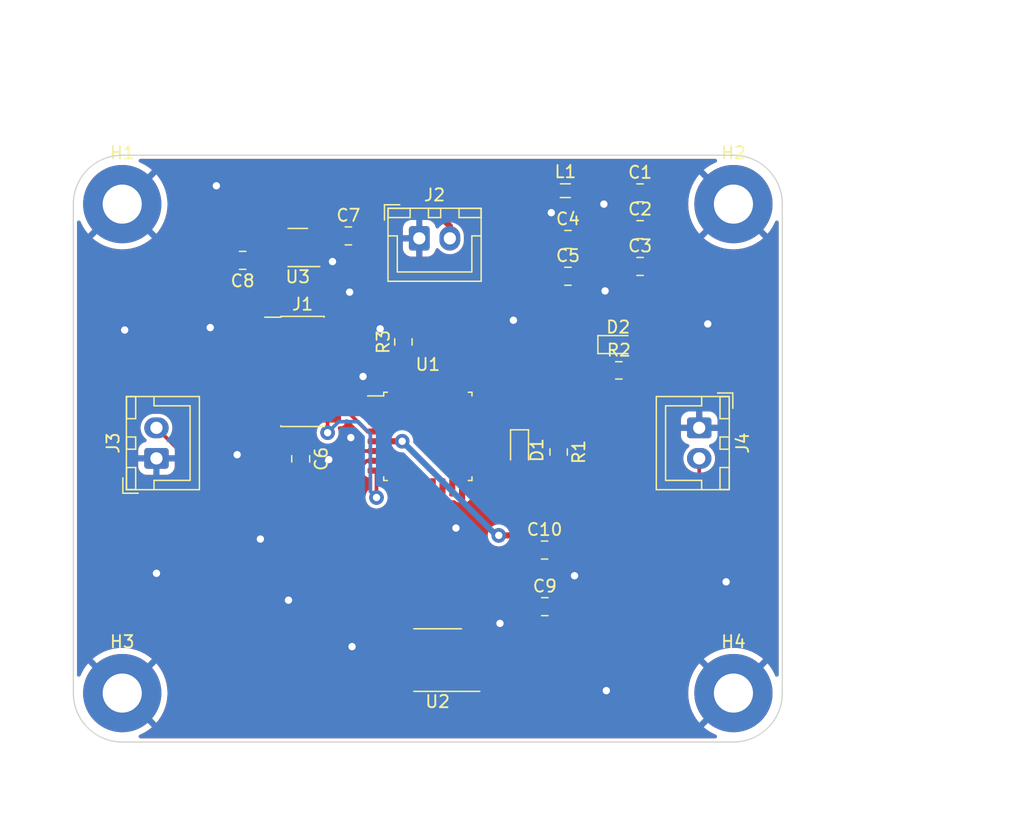
<source format=kicad_pcb>
(kicad_pcb (version 20221018) (generator pcbnew)
  (layers (0 "F.Cu" signal) (31 "B.Cu" signal) (34 "B.Paste" user) (35 "F.Paste" user) (36 "B.SilkS" user "B.Silkscreen") (37 "F.SilkS" user "F.Silkscreen") (38 "B.Mask" user) (39 "F.Mask" user) (44 "Edge.Cuts" user))
  (net 0 "")
  (net 1 "+3.3V")
  (net 2 "GND")
  (net 3 "+3.3VA")
  (net 4 "/NRST")
  (net 5 "+5V")
  (net 6 "Net-(D1-K)")
  (net 7 "/LED_STATUS")
  (net 8 "Net-(D2-K)")
  (net 11 "/SWDIO")
  (net 12 "/SWDCK")
  (net 16 "/USART2_RX")
  (net 17 "/USART2_TX")
  (net 18 "/ADC_IN1")
  (net 19 "/DAC_OUT")
  (net 20 "Net-(U1-PB9)")
  (net 23 "/DAC_nLDAC")
  (net 24 "/DAC_nCS")
  (net 25 "/SPI1_SCK")
  (net 27 "/SPI1_MOSI")
  (footprint "Capacitor_SMD:C_0805_2012Metric_Pad1.18x1.45mm_HandSolder" (layer "F.Cu") (at 114.6 70.8375 -90)
    (fp_text reference "C6" (at 0 -1.68 90) (layer "F.SilkS"))
    (fp_text value "100n")
    (fp_line (start -0.261252 -0.735) (end 0.261252 -0.735) (stroke (width 0.12)) (layer "F.SilkS"))
    (fp_line (start -0.261252 0.735) (end 0.261252 0.735) (stroke (width 0.12)) (layer "F.SilkS"))
    (pad "1" smd roundrect (at -1.0375 0 270) (size 1.175 1.45) (layers "F.Cu" "F.Paste" "F.Mask") (roundrect_rratio 0.212766) (net 4 "/NRST"))
    (pad "2" smd roundrect (at 1.0375 0 270) (size 1.175 1.45) (layers "F.Cu" "F.Paste" "F.Mask") (roundrect_rratio 0.212766) (net 2 "GND"))
  )
  (footprint "Capacitor_SMD:C_0805_2012Metric_Pad1.18x1.45mm_HandSolder" (layer "F.Cu") (at 136.4625 52.89)
    (fp_text reference "C4" (at 0 -1.68) (layer "F.SilkS"))
    (fp_text value "1u")
    (fp_line (start -0.261252 -0.735) (end 0.261252 -0.735) (stroke (width 0.12)) (layer "F.SilkS"))
    (fp_line (start -0.261252 0.735) (end 0.261252 0.735) (stroke (width 0.12)) (layer "F.SilkS"))
    (pad "1" smd roundrect (at -1.0375 0) (size 1.175 1.45) (layers "F.Cu" "F.Paste" "F.Mask") (roundrect_rratio 0.212766) (net 3 "+3.3VA"))
    (pad "2" smd roundrect (at 1.0375 0) (size 1.175 1.45) (layers "F.Cu" "F.Paste" "F.Mask") (roundrect_rratio 0.212766) (net 2 "GND"))
  )
  (footprint "Connector_JST:JST_XH_B2B-XH-A_1x02_P2.50mm_Vertical" (layer "F.Cu") (at 102.8 70.8 90)
    (fp_text reference "J3" (at 1.25 -3.55 90) (layer "F.SilkS"))
    (fp_text value "Conn_01x02")
    (fp_line (start -2.85 -2.75) (end -2.85 -1.5) (stroke (width 0.12)) (layer "F.SilkS"))
    (fp_line (start -2.56 -2.46) (end -2.56 3.51) (stroke (width 0.12)) (layer "F.SilkS"))
    (fp_line (start -2.56 3.51) (end 5.06 3.51) (stroke (width 0.12)) (layer "F.SilkS"))
    (fp_line (start -2.55 -2.45) (end -2.55 -1.7) (stroke (width 0.12)) (layer "F.SilkS"))
    (fp_line (start -2.55 -1.7) (end -0.75 -1.7) (stroke (width 0.12)) (layer "F.SilkS"))
    (fp_line (start -2.55 -0.2) (end -1.8 -0.2) (stroke (width 0.12)) (layer "F.SilkS"))
    (fp_line (start -1.8 -0.2) (end -1.8 2.75) (stroke (width 0.12)) (layer "F.SilkS"))
    (fp_line (start -1.8 2.75) (end 1.25 2.75) (stroke (width 0.12)) (layer "F.SilkS"))
    (fp_line (start -1.6 -2.75) (end -2.85 -2.75) (stroke (width 0.12)) (layer "F.SilkS"))
    (fp_line (start -0.75 -2.45) (end -2.55 -2.45) (stroke (width 0.12)) (layer "F.SilkS"))
    (fp_line (start -0.75 -1.7) (end -0.75 -2.45) (stroke (width 0.12)) (layer "F.SilkS"))
    (fp_line (start 0.75 -2.45) (end 0.75 -1.7) (stroke (width 0.12)) (layer "F.SilkS"))
    (fp_line (start 0.75 -1.7) (end 1.75 -1.7) (stroke (width 0.12)) (layer "F.SilkS"))
    (fp_line (start 1.75 -2.45) (end 0.75 -2.45) (stroke (width 0.12)) (layer "F.SilkS"))
    (fp_line (start 1.75 -1.7) (end 1.75 -2.45) (stroke (width 0.12)) (layer "F.SilkS"))
    (fp_line (start 3.25 -2.45) (end 3.25 -1.7) (stroke (width 0.12)) (layer "F.SilkS"))
    (fp_line (start 3.25 -1.7) (end 5.05 -1.7) (stroke (width 0.12)) (layer "F.SilkS"))
    (fp_line (start 4.3 -0.2) (end 4.3 2.75) (stroke (width 0.12)) (layer "F.SilkS"))
    (fp_line (start 4.3 2.75) (end 1.25 2.75) (stroke (width 0.12)) (layer "F.SilkS"))
    (fp_line (start 5.05 -2.45) (end 3.25 -2.45) (stroke (width 0.12)) (layer "F.SilkS"))
    (fp_line (start 5.05 -1.7) (end 5.05 -2.45) (stroke (width 0.12)) (layer "F.SilkS"))
    (fp_line (start 5.05 -0.2) (end 4.3 -0.2) (stroke (width 0.12)) (layer "F.SilkS"))
    (fp_line (start 5.06 -2.46) (end -2.56 -2.46) (stroke (width 0.12)) (layer "F.SilkS"))
    (fp_line (start 5.06 3.51) (end 5.06 -2.46) (stroke (width 0.12)) (layer "F.SilkS"))
    (pad "1" thru_hole roundrect (at 0 0 90) (size 1.7 2) (drill 1) (layers "*.Cu" "*.Mask") (roundrect_rratio 0.147059) (net 2 "GND"))
    (pad "2" thru_hole oval (at 2.5 0 90) (size 1.7 2) (drill 1) (layers "*.Cu" "*.Mask") (net 18 "/ADC_IN1"))
  )
  (footprint "Inductor_SMD:L_0805_2012Metric_Pad1.15x1.40mm_HandSolder" (layer "F.Cu") (at 135.7 70.275 -90)
    (fp_text reference "R1" (at 0 -1.65 90) (layer "F.SilkS"))
    (fp_text value "1k")
    (fp_line (start -0.261252 -0.71) (end 0.261252 -0.71) (stroke (width 0.12)) (layer "F.SilkS"))
    (fp_line (start -0.261252 0.71) (end 0.261252 0.71) (stroke (width 0.12)) (layer "F.SilkS"))
    (pad "1" smd roundrect (at -1.025 0 270) (size 1.15 1.4) (layers "F.Cu" "F.Paste" "F.Mask") (roundrect_rratio 0.217391) (net 6 "Net-(D1-K)"))
    (pad "2" smd roundrect (at 1.025 0 270) (size 1.15 1.4) (layers "F.Cu" "F.Paste" "F.Mask") (roundrect_rratio 0.217391) (net 2 "GND"))
  )
  (footprint "MountingHole:MountingHole_3.2mm_M3_Pad" (layer "F.Cu") (at 150 90)
    (fp_text reference "H4" (at 0 -4.2) (layer "F.SilkS"))
    (fp_text value "MountingHole_Pad")
    (pad "1" thru_hole circle (at 0 0) (size 6.4 6.4) (drill 3.2) (layers "*.Cu" "*.Mask") (net 2 "GND"))
  )
  (footprint "Capacitor_SMD:C_0805_2012Metric_Pad1.18x1.45mm_HandSolder" (layer "F.Cu") (at 142.3625 52.09)
    (fp_text reference "C2" (at 0 -1.68) (layer "F.SilkS"))
    (fp_text value "100n")
    (fp_line (start -0.261252 -0.735) (end 0.261252 -0.735) (stroke (width 0.12)) (layer "F.SilkS"))
    (fp_line (start -0.261252 0.735) (end 0.261252 0.735) (stroke (width 0.12)) (layer "F.SilkS"))
    (pad "1" smd roundrect (at -1.0375 0) (size 1.175 1.45) (layers "F.Cu" "F.Paste" "F.Mask") (roundrect_rratio 0.212766) (net 1 "+3.3V"))
    (pad "2" smd roundrect (at 1.0375 0) (size 1.175 1.45) (layers "F.Cu" "F.Paste" "F.Mask") (roundrect_rratio 0.212766) (net 2 "GND"))
  )
  (footprint "Connector_JST:JST_XH_B2B-XH-A_1x02_P2.50mm_Vertical" (layer "F.Cu") (at 147.2 68.3 -90)
    (fp_text reference "J4" (at 1.25 -3.55 90) (layer "F.SilkS"))
    (fp_text value "Conn_01x02")
    (fp_line (start -2.85 -2.75) (end -2.85 -1.5) (stroke (width 0.12)) (layer "F.SilkS"))
    (fp_line (start -2.56 -2.46) (end -2.56 3.51) (stroke (width 0.12)) (layer "F.SilkS"))
    (fp_line (start -2.56 3.51) (end 5.06 3.51) (stroke (width 0.12)) (layer "F.SilkS"))
    (fp_line (start -2.55 -2.45) (end -2.55 -1.7) (stroke (width 0.12)) (layer "F.SilkS"))
    (fp_line (start -2.55 -1.7) (end -0.75 -1.7) (stroke (width 0.12)) (layer "F.SilkS"))
    (fp_line (start -2.55 -0.2) (end -1.8 -0.2) (stroke (width 0.12)) (layer "F.SilkS"))
    (fp_line (start -1.8 -0.2) (end -1.8 2.75) (stroke (width 0.12)) (layer "F.SilkS"))
    (fp_line (start -1.8 2.75) (end 1.25 2.75) (stroke (width 0.12)) (layer "F.SilkS"))
    (fp_line (start -1.6 -2.75) (end -2.85 -2.75) (stroke (width 0.12)) (layer "F.SilkS"))
    (fp_line (start -0.75 -2.45) (end -2.55 -2.45) (stroke (width 0.12)) (layer "F.SilkS"))
    (fp_line (start -0.75 -1.7) (end -0.75 -2.45) (stroke (width 0.12)) (layer "F.SilkS"))
    (fp_line (start 0.75 -2.45) (end 0.75 -1.7) (stroke (width 0.12)) (layer "F.SilkS"))
    (fp_line (start 0.75 -1.7) (end 1.75 -1.7) (stroke (width 0.12)) (layer "F.SilkS"))
    (fp_line (start 1.75 -2.45) (end 0.75 -2.45) (stroke (width 0.12)) (layer "F.SilkS"))
    (fp_line (start 1.75 -1.7) (end 1.75 -2.45) (stroke (width 0.12)) (layer "F.SilkS"))
    (fp_line (start 3.25 -2.45) (end 3.25 -1.7) (stroke (width 0.12)) (layer "F.SilkS"))
    (fp_line (start 3.25 -1.7) (end 5.05 -1.7) (stroke (width 0.12)) (layer "F.SilkS"))
    (fp_line (start 4.3 -0.2) (end 4.3 2.75) (stroke (width 0.12)) (layer "F.SilkS"))
    (fp_line (start 4.3 2.75) (end 1.25 2.75) (stroke (width 0.12)) (layer "F.SilkS"))
    (fp_line (start 5.05 -2.45) (end 3.25 -2.45) (stroke (width 0.12)) (layer "F.SilkS"))
    (fp_line (start 5.05 -1.7) (end 5.05 -2.45) (stroke (width 0.12)) (layer "F.SilkS"))
    (fp_line (start 5.05 -0.2) (end 4.3 -0.2) (stroke (width 0.12)) (layer "F.SilkS"))
    (fp_line (start 5.06 -2.46) (end -2.56 -2.46) (stroke (width 0.12)) (layer "F.SilkS"))
    (fp_line (start 5.06 3.51) (end 5.06 -2.46) (stroke (width 0.12)) (layer "F.SilkS"))
    (pad "1" thru_hole roundrect (at 0 0 270) (size 1.7 2) (drill 1) (layers "*.Cu" "*.Mask") (roundrect_rratio 0.147059) (net 2 "GND"))
    (pad "2" thru_hole oval (at 2.5 0 270) (size 1.7 2) (drill 1) (layers "*.Cu" "*.Mask") (net 19 "/DAC_OUT"))
  )
  (footprint "MountingHole:MountingHole_3.2mm_M3_Pad" (layer "F.Cu") (at 100 50)
    (fp_text reference "H1" (at 0 -4.2) (layer "F.SilkS"))
    (fp_text value "MountingHole_Pad")
    (pad "1" thru_hole circle (at 0 0) (size 6.4 6.4) (drill 3.2) (layers "*.Cu" "*.Mask") (net 2 "GND"))
  )
  (footprint "Capacitor_SMD:C_0805_2012Metric" (layer "F.Cu") (at 118.5 52.6)
    (fp_text reference "C7" (at 0 -1.68) (layer "F.SilkS"))
    (fp_text value "1uf")
    (fp_line (start -0.261252 -0.735) (end 0.261252 -0.735) (stroke (width 0.12)) (layer "F.SilkS"))
    (fp_line (start -0.261252 0.735) (end 0.261252 0.735) (stroke (width 0.12)) (layer "F.SilkS"))
    (pad "1" smd roundrect (at -0.95 0) (size 1 1.45) (layers "F.Cu" "F.Paste" "F.Mask") (net 5 "+5V"))
    (pad "2" smd roundrect (at 0.95 0) (size 1 1.45) (layers "F.Cu" "F.Paste" "F.Mask") (net 2 "GND"))
  )
  (footprint "MountingHole:MountingHole_3.2mm_M3_Pad" (layer "F.Cu") (at 100 90)
    (fp_text reference "H3" (at 0 -4.2) (layer "F.SilkS"))
    (fp_text value "MountingHole_Pad")
    (pad "1" thru_hole circle (at 0 0) (size 6.4 6.4) (drill 3.2) (layers "*.Cu" "*.Mask") (net 2 "GND"))
  )
  (footprint "Inductor_SMD:L_0805_2012Metric_Pad1.15x1.40mm_HandSolder" (layer "F.Cu") (at 123 61.275 90)
    (fp_text reference "R3" (at 0 -1.65 90) (layer "F.SilkS"))
    (fp_text value "100k")
    (fp_line (start -0.261252 -0.71) (end 0.261252 -0.71) (stroke (width 0.12)) (layer "F.SilkS"))
    (fp_line (start -0.261252 0.71) (end 0.261252 0.71) (stroke (width 0.12)) (layer "F.SilkS"))
    (pad "1" smd roundrect (at -1.025 0 90) (size 1.15 1.4) (layers "F.Cu" "F.Paste" "F.Mask") (roundrect_rratio 0.217391) (net 20 "Net-(U1-PB9)"))
    (pad "2" smd roundrect (at 1.025 0 90) (size 1.15 1.4) (layers "F.Cu" "F.Paste" "F.Mask") (roundrect_rratio 0.217391) (net 2 "GND"))
  )
  (footprint "LED_SMD:LED_0603_1608Metric_Pad1.05x0.95mm_HandSolder" (layer "F.Cu") (at 132.5 70.125 -90)
    (fp_text reference "D1" (at 0 -1.43 90) (layer "F.SilkS"))
    (fp_text value "ORANGE TLM01100-GS8")
    (fp_line (start -1.66 -0.735) (end -1.66 0.735) (stroke (width 0.12)) (layer "F.SilkS"))
    (fp_line (start -1.66 0.735) (end 0.8 0.735) (stroke (width 0.12)) (layer "F.SilkS"))
    (fp_line (start 0.8 -0.735) (end -1.66 -0.735) (stroke (width 0.12)) (layer "F.SilkS"))
    (pad "1" smd roundrect (at -0.875 0 270) (size 1.05 0.95) (layers "F.Cu" "F.Paste" "F.Mask") (net 6 "Net-(D1-K)"))
    (pad "2" smd roundrect (at 0.875 0 270) (size 1.05 0.95) (layers "F.Cu" "F.Paste" "F.Mask") (net 7 "/LED_STATUS"))
  )
  (footprint "Capacitor_SMD:C_0805_2012Metric" (layer "F.Cu") (at 134.55 78.3)
    (fp_text reference "C10" (at 0 -1.68) (layer "F.SilkS"))
    (fp_text value "10u")
    (fp_line (start -0.261252 -0.735) (end 0.261252 -0.735) (stroke (width 0.12)) (layer "F.SilkS"))
    (fp_line (start -0.261252 0.735) (end 0.261252 0.735) (stroke (width 0.12)) (layer "F.SilkS"))
    (pad "1" smd roundrect (at -0.95 0) (size 1 1.45) (layers "F.Cu" "F.Paste" "F.Mask") (net 3 "+3.3VA"))
    (pad "2" smd roundrect (at 0.95 0) (size 1 1.45) (layers "F.Cu" "F.Paste" "F.Mask") (net 2 "GND"))
  )
  (footprint "Inductor_SMD:L_0805_2012Metric_Pad1.05x1.20mm_HandSolder" (layer "F.Cu") (at 136.25 48.9)
    (fp_text reference "L1" (at 0 -1.55) (layer "F.SilkS"))
    (fp_text value "39n")
    (fp_line (start -0.410242 -0.56) (end 0.410242 -0.56) (stroke (width 0.12)) (layer "F.SilkS"))
    (fp_line (start -0.410242 0.56) (end 0.410242 0.56) (stroke (width 0.12)) (layer "F.SilkS"))
    (pad "1" smd roundrect (at -1.15 0) (size 1.05 1.2) (layers "F.Cu" "F.Paste" "F.Mask") (roundrect_rratio 0.238095) (net 1 "+3.3V"))
    (pad "2" smd roundrect (at 1.15 0) (size 1.05 1.2) (layers "F.Cu" "F.Paste" "F.Mask") (roundrect_rratio 0.238095) (net 3 "+3.3VA"))
  )
  (footprint "Connector_JST:JST_XH_B2B-XH-A_1x02_P2.50mm_Vertical" (layer "F.Cu") (at 124.3 52.8)
    (fp_text reference "J2" (at 1.25 -3.55) (layer "F.SilkS"))
    (fp_text value "Conn_01x02")
    (fp_line (start -2.85 -2.75) (end -2.85 -1.5) (stroke (width 0.12)) (layer "F.SilkS"))
    (fp_line (start -2.56 -2.46) (end -2.56 3.51) (stroke (width 0.12)) (layer "F.SilkS"))
    (fp_line (start -2.56 3.51) (end 5.06 3.51) (stroke (width 0.12)) (layer "F.SilkS"))
    (fp_line (start -2.55 -2.45) (end -2.55 -1.7) (stroke (width 0.12)) (layer "F.SilkS"))
    (fp_line (start -2.55 -1.7) (end -0.75 -1.7) (stroke (width 0.12)) (layer "F.SilkS"))
    (fp_line (start -2.55 -0.2) (end -1.8 -0.2) (stroke (width 0.12)) (layer "F.SilkS"))
    (fp_line (start -1.8 -0.2) (end -1.8 2.75) (stroke (width 0.12)) (layer "F.SilkS"))
    (fp_line (start -1.8 2.75) (end 1.25 2.75) (stroke (width 0.12)) (layer "F.SilkS"))
    (fp_line (start -1.6 -2.75) (end -2.85 -2.75) (stroke (width 0.12)) (layer "F.SilkS"))
    (fp_line (start -0.75 -2.45) (end -2.55 -2.45) (stroke (width 0.12)) (layer "F.SilkS"))
    (fp_line (start -0.75 -1.7) (end -0.75 -2.45) (stroke (width 0.12)) (layer "F.SilkS"))
    (fp_line (start 0.75 -2.45) (end 0.75 -1.7) (stroke (width 0.12)) (layer "F.SilkS"))
    (fp_line (start 0.75 -1.7) (end 1.75 -1.7) (stroke (width 0.12)) (layer "F.SilkS"))
    (fp_line (start 1.75 -2.45) (end 0.75 -2.45) (stroke (width 0.12)) (layer "F.SilkS"))
    (fp_line (start 1.75 -1.7) (end 1.75 -2.45) (stroke (width 0.12)) (layer "F.SilkS"))
    (fp_line (start 3.25 -2.45) (end 3.25 -1.7) (stroke (width 0.12)) (layer "F.SilkS"))
    (fp_line (start 3.25 -1.7) (end 5.05 -1.7) (stroke (width 0.12)) (layer "F.SilkS"))
    (fp_line (start 4.3 -0.2) (end 4.3 2.75) (stroke (width 0.12)) (layer "F.SilkS"))
    (fp_line (start 4.3 2.75) (end 1.25 2.75) (stroke (width 0.12)) (layer "F.SilkS"))
    (fp_line (start 5.05 -2.45) (end 3.25 -2.45) (stroke (width 0.12)) (layer "F.SilkS"))
    (fp_line (start 5.05 -1.7) (end 5.05 -2.45) (stroke (width 0.12)) (layer "F.SilkS"))
    (fp_line (start 5.05 -0.2) (end 4.3 -0.2) (stroke (width 0.12)) (layer "F.SilkS"))
    (fp_line (start 5.06 -2.46) (end -2.56 -2.46) (stroke (width 0.12)) (layer "F.SilkS"))
    (fp_line (start 5.06 3.51) (end 5.06 -2.46) (stroke (width 0.12)) (layer "F.SilkS"))
    (pad "1" thru_hole roundrect (at 0 0) (size 1.7 2) (drill 1) (layers "*.Cu" "*.Mask") (roundrect_rratio 0.147059) (net 2 "GND"))
    (pad "2" thru_hole oval (at 2.5 0) (size 1.7 2) (drill 1) (layers "*.Cu" "*.Mask") (net 5 "+5V"))
  )
  (footprint "Package_SO:SOIC-8_3.9x4.9mm_P1.27mm" (layer "F.Cu") (at 125.8 87.3 180)
    (fp_text reference "U2" (at 0 -3.4) (layer "F.SilkS"))
    (fp_text value "MCP4801")
    (fp_line (start 0 -2.56) (end -3.45 -2.56) (stroke (width 0.12)) (layer "F.SilkS"))
    (fp_line (start 0 -2.56) (end 1.95 -2.56) (stroke (width 0.12)) (layer "F.SilkS"))
    (fp_line (start 0 2.56) (end -1.95 2.56) (stroke (width 0.12)) (layer "F.SilkS"))
    (fp_line (start 0 2.56) (end 1.95 2.56) (stroke (width 0.12)) (layer "F.SilkS"))
    (pad "1" smd roundrect (at -2.475 -1.905 180) (size 1.95 0.6) (layers "F.Cu" "F.Paste" "F.Mask") (net 3 "+3.3VA"))
    (pad "2" smd roundrect (at -2.475 -0.635 180) (size 1.95 0.6) (layers "F.Cu" "F.Paste" "F.Mask") (net 24 "/DAC_nCS"))
    (pad "3" smd roundrect (at -2.475 0.635 180) (size 1.95 0.6) (layers "F.Cu" "F.Paste" "F.Mask") (net 25 "/SPI1_SCK"))
    (pad "4" smd roundrect (at -2.475 1.905 180) (size 1.95 0.6) (layers "F.Cu" "F.Paste" "F.Mask") (net 27 "/SPI1_MOSI"))
    (pad "5" smd roundrect (at 2.475 1.905 180) (size 1.95 0.6) (layers "F.Cu" "F.Paste" "F.Mask") (net 23 "/DAC_nLDAC"))
    (pad "6" smd roundrect (at 2.475 0.635 180) (size 1.95 0.6) (layers "F.Cu" "F.Paste" "F.Mask") (net 3 "+3.3VA"))
    (pad "7" smd roundrect (at 2.475 -0.635 180) (size 1.95 0.6) (layers "F.Cu" "F.Paste" "F.Mask") (net 2 "GND"))
    (pad "8" smd roundrect (at 2.475 -1.905 180) (size 1.95 0.6) (layers "F.Cu" "F.Paste" "F.Mask") (net 19 "/DAC_OUT"))
  )
  (footprint "Package_TO_SOT_SMD:SOT-23-5" (layer "F.Cu") (at 114.3625 53.55 180)
    (fp_text reference "U3" (at 0 -2.4) (layer "F.SilkS"))
    (fp_text value "LDO BU33SD5WG-TR")
    (fp_line (start 0 -1.56) (end -1.8 -1.56) (stroke (width 0.12)) (layer "F.SilkS"))
    (fp_line (start 0 -1.56) (end 0.8 -1.56) (stroke (width 0.12)) (layer "F.SilkS"))
    (fp_line (start 0 1.56) (end -0.8 1.56) (stroke (width 0.12)) (layer "F.SilkS"))
    (fp_line (start 0 1.56) (end 0.8 1.56) (stroke (width 0.12)) (layer "F.SilkS"))
    (pad "1" smd roundrect (at -1.1375 -0.95 180) (size 1.325 0.6) (layers "F.Cu" "F.Paste" "F.Mask") (net 5 "+5V"))
    (pad "2" smd roundrect (at -1.1375 0 180) (size 1.325 0.6) (layers "F.Cu" "F.Paste" "F.Mask") (net 2 "GND"))
    (pad "3" smd roundrect (at -1.1375 0.95 180) (size 1.325 0.6) (layers "F.Cu" "F.Paste" "F.Mask") (net 5 "+5V"))
    (pad "4" smd roundrect (at 1.1375 0.95 180) (size 1.325 0.6) (layers "F.Cu" "F.Paste" "F.Mask"))
    (pad "5" smd roundrect (at 1.1375 -0.95 180) (size 1.325 0.6) (layers "F.Cu" "F.Paste" "F.Mask") (net 1 "+3.3V"))
  )
  (footprint "Connector_PinHeader_1.27mm:PinHeader_2x07_P1.27mm_Vertical_SMD" (layer "F.Cu") (at 114.75 63.69)
    (fp_text reference "J1" (at 0 -5.505) (layer "F.SilkS"))
    (fp_text value "Conn_02x07_Odd_Even")
    (fp_line (start -3.09 -4.44) (end -1.765 -4.44) (stroke (width 0.12)) (layer "F.SilkS"))
    (fp_line (start -1.765 -4.505) (end -1.765 -4.44) (stroke (width 0.12)) (layer "F.SilkS"))
    (fp_line (start -1.765 -4.505) (end 1.765 -4.505) (stroke (width 0.12)) (layer "F.SilkS"))
    (fp_line (start -1.765 4.44) (end -1.765 4.505) (stroke (width 0.12)) (layer "F.SilkS"))
    (fp_line (start -1.765 4.505) (end 1.765 4.505) (stroke (width 0.12)) (layer "F.SilkS"))
    (fp_line (start 1.765 -4.505) (end 1.765 -4.44) (stroke (width 0.12)) (layer "F.SilkS"))
    (fp_line (start 1.765 4.44) (end 1.765 4.505) (stroke (width 0.12)) (layer "F.SilkS"))
    (pad "1" smd rect (at -1.95 -3.81) (size 2.4 0.74) (layers "F.Cu" "F.Paste" "F.Mask"))
    (pad "2" smd rect (at 1.95 -3.81) (size 2.4 0.74) (layers "F.Cu" "F.Paste" "F.Mask"))
    (pad "3" smd rect (at -1.95 -2.54) (size 2.4 0.74) (layers "F.Cu" "F.Paste" "F.Mask") (net 1 "+3.3V"))
    (pad "4" smd rect (at 1.95 -2.54) (size 2.4 0.74) (layers "F.Cu" "F.Paste" "F.Mask") (net 11 "/SWDIO"))
    (pad "5" smd rect (at -1.95 -1.27) (size 2.4 0.74) (layers "F.Cu" "F.Paste" "F.Mask") (net 2 "GND"))
    (pad "6" smd rect (at 1.95 -1.27) (size 2.4 0.74) (layers "F.Cu" "F.Paste" "F.Mask") (net 12 "/SWDCK"))
    (pad "7" smd rect (at -1.95 0) (size 2.4 0.74) (layers "F.Cu" "F.Paste" "F.Mask") (net 2 "GND"))
    (pad "8" smd rect (at 1.95 0) (size 2.4 0.74) (layers "F.Cu" "F.Paste" "F.Mask"))
    (pad "9" smd rect (at -1.95 1.27) (size 2.4 0.74) (layers "F.Cu" "F.Paste" "F.Mask") (net 2 "GND"))
    (pad "10" smd rect (at 1.95 1.27) (size 2.4 0.74) (layers "F.Cu" "F.Paste" "F.Mask"))
    (pad "11" smd rect (at -1.95 2.54) (size 2.4 0.74) (layers "F.Cu" "F.Paste" "F.Mask"))
    (pad "12" smd rect (at 1.95 2.54) (size 2.4 0.74) (layers "F.Cu" "F.Paste" "F.Mask") (net 4 "/NRST"))
    (pad "13" smd rect (at -1.95 3.81) (size 2.4 0.74) (layers "F.Cu" "F.Paste" "F.Mask") (net 16 "/USART2_RX"))
    (pad "14" smd rect (at 1.95 3.81) (size 2.4 0.74) (layers "F.Cu" "F.Paste" "F.Mask") (net 17 "/USART2_TX"))
  )
  (footprint "Capacitor_SMD:C_0805_2012Metric_Pad1.18x1.45mm_HandSolder" (layer "F.Cu") (at 134.57 82.93)
    (fp_text reference "C9" (at 0 -1.68) (layer "F.SilkS"))
    (fp_text value "100n")
    (fp_line (start -0.261252 -0.735) (end 0.261252 -0.735) (stroke (width 0.12)) (layer "F.SilkS"))
    (fp_line (start -0.261252 0.735) (end 0.261252 0.735) (stroke (width 0.12)) (layer "F.SilkS"))
    (pad "1" smd roundrect (at -1.0375 0) (size 1.175 1.45) (layers "F.Cu" "F.Paste" "F.Mask") (roundrect_rratio 0.212766) (net 3 "+3.3VA"))
    (pad "2" smd roundrect (at 1.0375 0) (size 1.175 1.45) (layers "F.Cu" "F.Paste" "F.Mask") (roundrect_rratio 0.212766) (net 2 "GND"))
  )
  (footprint "Inductor_SMD:L_0805_2012Metric_Pad1.15x1.40mm_HandSolder" (layer "F.Cu") (at 140.625 63.6)
    (fp_text reference "R2" (at 0 -1.65) (layer "F.SilkS"))
    (fp_text value "1k")
    (fp_line (start -0.261252 -0.71) (end 0.261252 -0.71) (stroke (width 0.12)) (layer "F.SilkS"))
    (fp_line (start -0.261252 0.71) (end 0.261252 0.71) (stroke (width 0.12)) (layer "F.SilkS"))
    (pad "1" smd roundrect (at -1.025 0) (size 1.15 1.4) (layers "F.Cu" "F.Paste" "F.Mask") (roundrect_rratio 0.217391) (net 8 "Net-(D2-K)"))
    (pad "2" smd roundrect (at 1.025 0) (size 1.15 1.4) (layers "F.Cu" "F.Paste" "F.Mask") (roundrect_rratio 0.217391) (net 2 "GND"))
  )
  (footprint "Capacitor_SMD:C_0805_2012Metric" (layer "F.Cu") (at 109.85 54.6 180)
    (fp_text reference "C8" (at 0 -1.68) (layer "F.SilkS"))
    (fp_text value "1uf")
    (fp_line (start -0.261252 -0.735) (end 0.261252 -0.735) (stroke (width 0.12)) (layer "F.SilkS"))
    (fp_line (start -0.261252 0.735) (end 0.261252 0.735) (stroke (width 0.12)) (layer "F.SilkS"))
    (pad "1" smd roundrect (at -0.95 0 180) (size 1 1.45) (layers "F.Cu" "F.Paste" "F.Mask") (net 1 "+3.3V"))
    (pad "2" smd roundrect (at 0.95 0 180) (size 1 1.45) (layers "F.Cu" "F.Paste" "F.Mask") (net 2 "GND"))
  )
  (footprint "Capacitor_SMD:C_0805_2012Metric_Pad1.18x1.45mm_HandSolder" (layer "F.Cu") (at 136.4625 55.9)
    (fp_text reference "C5" (at 0 -1.68) (layer "F.SilkS"))
    (fp_text value "10n")
    (fp_line (start -0.261252 -0.735) (end 0.261252 -0.735) (stroke (width 0.12)) (layer "F.SilkS"))
    (fp_line (start -0.261252 0.735) (end 0.261252 0.735) (stroke (width 0.12)) (layer "F.SilkS"))
    (pad "1" smd roundrect (at -1.0375 0) (size 1.175 1.45) (layers "F.Cu" "F.Paste" "F.Mask") (roundrect_rratio 0.212766) (net 3 "+3.3VA"))
    (pad "2" smd roundrect (at 1.0375 0) (size 1.175 1.45) (layers "F.Cu" "F.Paste" "F.Mask") (roundrect_rratio 0.212766) (net 2 "GND"))
  )
  (footprint "Capacitor_SMD:C_0805_2012Metric_Pad1.18x1.45mm_HandSolder" (layer "F.Cu") (at 142.3625 49.08)
    (fp_text reference "C1" (at 0 -1.68) (layer "F.SilkS"))
    (fp_text value "4u7")
    (fp_line (start -0.261252 -0.735) (end 0.261252 -0.735) (stroke (width 0.12)) (layer "F.SilkS"))
    (fp_line (start -0.261252 0.735) (end 0.261252 0.735) (stroke (width 0.12)) (layer "F.SilkS"))
    (pad "1" smd roundrect (at -1.0375 0) (size 1.175 1.45) (layers "F.Cu" "F.Paste" "F.Mask") (roundrect_rratio 0.212766) (net 1 "+3.3V"))
    (pad "2" smd roundrect (at 1.0375 0) (size 1.175 1.45) (layers "F.Cu" "F.Paste" "F.Mask") (roundrect_rratio 0.212766) (net 2 "GND"))
  )
  (footprint "Capacitor_SMD:C_0805_2012Metric_Pad1.18x1.45mm_HandSolder" (layer "F.Cu") (at 142.3625 55.1)
    (fp_text reference "C3" (at 0 -1.68) (layer "F.SilkS"))
    (fp_text value "100n")
    (fp_line (start -0.261252 -0.735) (end 0.261252 -0.735) (stroke (width 0.12)) (layer "F.SilkS"))
    (fp_line (start -0.261252 0.735) (end 0.261252 0.735) (stroke (width 0.12)) (layer "F.SilkS"))
    (pad "1" smd roundrect (at -1.0375 0) (size 1.175 1.45) (layers "F.Cu" "F.Paste" "F.Mask") (roundrect_rratio 0.212766) (net 1 "+3.3V"))
    (pad "2" smd roundrect (at 1.0375 0) (size 1.175 1.45) (layers "F.Cu" "F.Paste" "F.Mask") (roundrect_rratio 0.212766) (net 2 "GND"))
  )
  (footprint "LED_SMD:LED_0603_1608Metric_Pad1.05x0.95mm_HandSolder" (layer "F.Cu") (at 140.57 61.49)
    (fp_text reference "D2" (at 0 -1.43) (layer "F.SilkS"))
    (fp_text value "GREEN LED")
    (fp_line (start -1.66 -0.735) (end -1.66 0.735) (stroke (width 0.12)) (layer "F.SilkS"))
    (fp_line (start -1.66 0.735) (end 0.8 0.735) (stroke (width 0.12)) (layer "F.SilkS"))
    (fp_line (start 0.8 -0.735) (end -1.66 -0.735) (stroke (width 0.12)) (layer "F.SilkS"))
    (pad "1" smd roundrect (at -0.875 0) (size 1.05 0.95) (layers "F.Cu" "F.Paste" "F.Mask") (net 8 "Net-(D2-K)"))
    (pad "2" smd roundrect (at 0.875 0) (size 1.05 0.95) (layers "F.Cu" "F.Paste" "F.Mask") (net 1 "+3.3V"))
  )
  (footprint "MountingHole:MountingHole_3.2mm_M3_Pad" (layer "F.Cu") (at 150 50)
    (fp_text reference "H2" (at 0 -4.2) (layer "F.SilkS"))
    (fp_text value "MountingHole_Pad")
    (pad "1" thru_hole circle (at 0 0) (size 6.4 6.4) (drill 3.2) (layers "*.Cu" "*.Mask") (net 2 "GND"))
  )
  (footprint "Package_QFP:LQFP-32_7x7mm_P0.8mm" (layer "F.Cu") (at 125 69)
    (fp_text reference "U1" (at 0 -5.88) (layer "F.SilkS"))
    (fp_text value "STM32L021K4Tx")
    (fp_line (start -3.61 -3.61) (end -3.61 -3.31) (stroke (width 0.12)) (layer "F.SilkS"))
    (fp_line (start -3.61 -3.31) (end -4.925 -3.31) (stroke (width 0.12)) (layer "F.SilkS"))
    (fp_line (start -3.61 3.61) (end -3.61 3.31) (stroke (width 0.12)) (layer "F.SilkS"))
    (fp_line (start -3.31 -3.61) (end -3.61 -3.61) (stroke (width 0.12)) (layer "F.SilkS"))
    (fp_line (start -3.31 3.61) (end -3.61 3.61) (stroke (width 0.12)) (layer "F.SilkS"))
    (fp_line (start 3.31 -3.61) (end 3.61 -3.61) (stroke (width 0.12)) (layer "F.SilkS"))
    (fp_line (start 3.31 3.61) (end 3.61 3.61) (stroke (width 0.12)) (layer "F.SilkS"))
    (fp_line (start 3.61 -3.61) (end 3.61 -3.31) (stroke (width 0.12)) (layer "F.SilkS"))
    (fp_line (start 3.61 3.61) (end 3.61 3.31) (stroke (width 0.12)) (layer "F.SilkS"))
    (pad "1" smd roundrect (at -4.175 -2.8) (size 1.5 0.5) (layers "F.Cu" "F.Paste" "F.Mask") (net 1 "+3.3V"))
    (pad "2" smd roundrect (at -4.175 -2) (size 1.5 0.5) (layers "F.Cu" "F.Paste" "F.Mask"))
    (pad "3" smd roundrect (at -4.175 -1.2) (size 1.5 0.5) (layers "F.Cu" "F.Paste" "F.Mask"))
    (pad "4" smd roundrect (at -4.175 -0.4) (size 1.5 0.5) (layers "F.Cu" "F.Paste" "F.Mask") (net 4 "/NRST"))
    (pad "5" smd roundrect (at -4.175 0.4) (size 1.5 0.5) (layers "F.Cu" "F.Paste" "F.Mask") (net 3 "+3.3VA"))
    (pad "6" smd roundrect (at -4.175 1.2) (size 1.5 0.5) (layers "F.Cu" "F.Paste" "F.Mask") (net 16 "/USART2_RX"))
    (pad "7" smd roundrect (at -4.175 2) (size 1.5 0.5) (layers "F.Cu" "F.Paste" "F.Mask") (net 18 "/ADC_IN1"))
    (pad "8" smd roundrect (at -4.175 2.8) (size 1.5 0.5) (layers "F.Cu" "F.Paste" "F.Mask") (net 17 "/USART2_TX"))
    (pad "9" smd roundrect (at -2.8 4.175) (size 0.5 1.5) (layers "F.Cu" "F.Paste" "F.Mask") (net 23 "/DAC_nLDAC"))
    (pad "10" smd roundrect (at -2 4.175) (size 0.5 1.5) (layers "F.Cu" "F.Paste" "F.Mask") (net 24 "/DAC_nCS"))
    (pad "11" smd roundrect (at -1.2 4.175) (size 0.5 1.5) (layers "F.Cu" "F.Paste" "F.Mask") (net 25 "/SPI1_SCK"))
    (pad "12" smd roundrect (at -0.4 4.175) (size 0.5 1.5) (layers "F.Cu" "F.Paste" "F.Mask"))
    (pad "13" smd roundrect (at 0.4 4.175) (size 0.5 1.5) (layers "F.Cu" "F.Paste" "F.Mask") (net 27 "/SPI1_MOSI"))
    (pad "14" smd roundrect (at 1.2 4.175) (size 0.5 1.5) (layers "F.Cu" "F.Paste" "F.Mask"))
    (pad "15" smd roundrect (at 2 4.175) (size 0.5 1.5) (layers "F.Cu" "F.Paste" "F.Mask"))
    (pad "16" smd roundrect (at 2.8 4.175) (size 0.5 1.5) (layers "F.Cu" "F.Paste" "F.Mask") (net 2 "GND"))
    (pad "17" smd roundrect (at 4.175 2.8) (size 1.5 0.5) (layers "F.Cu" "F.Paste" "F.Mask") (net 1 "+3.3V"))
    (pad "18" smd roundrect (at 4.175 2) (size 1.5 0.5) (layers "F.Cu" "F.Paste" "F.Mask") (net 7 "/LED_STATUS"))
    (pad "19" smd roundrect (at 4.175 1.2) (size 1.5 0.5) (layers "F.Cu" "F.Paste" "F.Mask"))
    (pad "20" smd roundrect (at 4.175 0.4) (size 1.5 0.5) (layers "F.Cu" "F.Paste" "F.Mask"))
    (pad "21" smd roundrect (at 4.175 -0.4) (size 1.5 0.5) (layers "F.Cu" "F.Paste" "F.Mask"))
    (pad "22" smd roundrect (at 4.175 -1.2) (size 1.5 0.5) (layers "F.Cu" "F.Paste" "F.Mask"))
    (pad "23" smd roundrect (at 4.175 -2) (size 1.5 0.5) (layers "F.Cu" "F.Paste" "F.Mask"))
    (pad "24" smd roundrect (at 4.175 -2.8) (size 1.5 0.5) (layers "F.Cu" "F.Paste" "F.Mask") (net 11 "/SWDIO"))
    (pad "25" smd roundrect (at 2.8 -4.175) (size 0.5 1.5) (layers "F.Cu" "F.Paste" "F.Mask") (net 12 "/SWDCK"))
    (pad "26" smd roundrect (at 2 -4.175) (size 0.5 1.5) (layers "F.Cu" "F.Paste" "F.Mask"))
    (pad "27" smd roundrect (at 1.2 -4.175) (size 0.5 1.5) (layers "F.Cu" "F.Paste" "F.Mask"))
    (pad "28" smd roundrect (at 0.4 -4.175) (size 0.5 1.5) (layers "F.Cu" "F.Paste" "F.Mask"))
    (pad "29" smd roundrect (at -0.4 -4.175) (size 0.5 1.5) (layers "F.Cu" "F.Paste" "F.Mask"))
    (pad "30" smd roundrect (at -1.2 -4.175) (size 0.5 1.5) (layers "F.Cu" "F.Paste" "F.Mask"))
    (pad "31" smd roundrect (at -2 -4.175) (size 0.5 1.5) (layers "F.Cu" "F.Paste" "F.Mask") (net 20 "Net-(U1-PB9)"))
    (pad "32" smd roundrect (at -2.8 -4.175) (size 0.5 1.5) (layers "F.Cu" "F.Paste" "F.Mask") (net 2 "GND"))
  )
  (gr_arc (start 154 90) (mid 152.828427 92.828427) (end 150 94) (stroke (width 0.1)) (layer "Edge.Cuts"))
  (gr_line (start 150 94) (end 100 94) (stroke (width 0.1)) (layer "Edge.Cuts"))
  (gr_arc (start 96 50) (mid 97.171573 47.171573) (end 100 46) (stroke (width 0.1)) (layer "Edge.Cuts"))
  (gr_arc (start 150 46) (mid 152.828427 47.171573) (end 154 50) (stroke (width 0.1)) (layer "Edge.Cuts"))
  (gr_line (start 96 90) (end 96 50) (stroke (width 0.1)) (layer "Edge.Cuts"))
  (gr_line (start 154 50) (end 154 90) (stroke (width 0.1)) (layer "Edge.Cuts"))
  (gr_arc (start 100 94) (mid 97.171573 92.828427) (end 96 90) (stroke (width 0.1)) (layer "Edge.Cuts"))
  (gr_line (start 100 46) (end 150 46) (stroke (width 0.1)) (layer "Edge.Cuts"))
  (gr_text "VL-AG-YL" (at 105.9 90.5) (layer "F.Cu") (effects (font (size 1.5 1.5) (thickness 0.3) bold) (justify left bottom)))
  (segment (start 114.55 58.35) (end 114.55 60.9) (width 0.5) (layer "F.Cu") (net 1))
  (segment (start 114.55 60.9) (end 114.3 61.15) (width 0.5) (layer "F.Cu") (net 1))
  (segment (start 135.1 48.9) (end 115.268394 48.9) (width 0.5) (layer "F.Cu") (net 1))
  (segment (start 113.125 54.6) (end 113.225 54.5) (width 0.5) (layer "F.Cu") (net 1))
  (segment (start 133.5 50.5) (end 135.1 48.9) (width 0.5) (layer "F.Cu") (net 1))
  (segment (start 137.9 72.4) (end 137.9 67.63137) (width 0.5) (layer "F.Cu") (net 1))
  (segment (start 112.0125 54.4125) (end 112.1 54.5) (width 0.5) (layer "F.Cu") (net 1))
  (segment (start 141.325 55.1) (end 141.325 61.37) (width 0.5) (layer "F.Cu") (net 1))
  (segment (start 122.1 66.2) (end 120.825 66.2) (width 0.5) (layer "F.Cu") (net 1))
  (segment (start 139.445 47.2) (end 141.325 49.08) (width 0.5) (layer "F.Cu") (net 1))
  (segment (start 112.0125 52.155894) (end 112.0125 54.4125) (width 0.5) (layer "F.Cu") (net 1))
  (segment (start 115.268394 48.9) (end 112.0125 52.155894) (width 0.5) (layer "F.Cu") (net 1))
  (segment (start 135.1 48.9) (end 136.8 47.2) (width 0.5) (layer "F.Cu") (net 1))
  (segment (start 137 73.3) (end 137.9 72.4) (width 0.5) (layer "F.Cu") (net 1))
  (segment (start 141.325 61.37) (end 141.445 61.49) (width 0.5) (layer "F.Cu") (net 1))
  (segment (start 113.225 57.025) (end 114.55 58.35) (width 0.5) (layer "F.Cu") (net 1))
  (segment (start 110.8 54.6) (end 113.125 54.6) (width 0.5) (layer "F.Cu") (net 1))
  (segment (start 137.9 67.63137) (end 133.5 63.23137) (width 0.5) (layer "F.Cu") (net 1))
  (segment (start 113.225 54.5) (end 113.225 57.025) (width 0.5) (layer "F.Cu") (net 1))
  (segment (start 141.325 52.09) (end 141.325 55.1) (width 0.5) (layer "F.Cu") (net 1))
  (segment (start 130.675 73.3) (end 137 73.3) (width 0.5) (layer "F.Cu") (net 1))
  (segment (start 127.7 71.8) (end 122.1 66.2) (width 0.5) (layer "F.Cu") (net 1))
  (segment (start 114.3 61.15) (end 112.8 61.15) (width 0.5) (layer "F.Cu") (net 1))
  (segment (start 129.175 71.8) (end 130.675 73.3) (width 0.5) (layer "F.Cu") (net 1))
  (segment (start 141.325 49.08) (end 141.325 52.09) (width 0.5) (layer "F.Cu") (net 1))
  (segment (start 133.5 63.23137) (end 133.5 50.5) (width 0.5) (layer "F.Cu") (net 1))
  (segment (start 112.1 54.5) (end 113.225 54.5) (width 0.5) (layer "F.Cu") (net 1))
  (segment (start 136.8 47.2) (end 139.445 47.2) (width 0.5) (layer "F.Cu") (net 1))
  (segment (start 129.175 71.8) (end 127.7 71.8) (width 0.5) (layer "F.Cu") (net 1))
  (via (at 139.6 89.8) (size 1.2) (drill 0.6) (layers "F.Cu" "B.Cu") (net 2))
  (via (at 147.9 59.8) (size 1.2) (drill 0.6) (layers "F.Cu" "B.Cu") (net 2))
  (via (at 139.4 50) (size 1.2) (drill 0.6) (layers "F.Cu" "B.Cu") (net 2))
  (via (at 127.3 76.5) (size 1.2) (drill 0.6) (layers "F.Cu" "B.Cu") (net 2))
  (via (at 137 80.4) (size 1.2) (drill 0.6) (layers "F.Cu" "B.Cu") (net 2))
  (via (at 107.2 60.1) (size 1.2) (drill 0.6) (layers "F.Cu" "B.Cu") (net 2))
  (via (at 117.2 54.7) (size 1.2) (drill 0.6) (layers "F.Cu" "B.Cu") (net 2))
  (via (at 109.4 70.5) (size 1.2) (drill 0.6) (layers "F.Cu" "B.Cu") (net 2))
  (via (at 139.5 57.1) (size 1.2) (drill 0.6) (layers "F.Cu" "B.Cu") (net 2))
  (via (at 132 59.5) (size 1.2) (drill 0.6) (layers "F.Cu" "B.Cu") (net 2))
  (via (at 118.7 69.1) (size 1.2) (drill 0.6) (layers "F.Cu" "B.Cu") (net 2))
  (via (at 107.7 48.5) (size 1.2) (drill 0.6) (layers "F.Cu" "B.Cu") (net 2))
  (via (at 118.6 57.2) (size 1.2) (drill 0.6) (layers "F.Cu" "B.Cu") (net 2))
  (via (at 119.7 64.1) (size 1.2) (drill 0.6) (layers "F.Cu" "B.Cu") (net 2))
  (via (at 111.3 77.4) (size 1.2) (drill 0.6) (layers "F.Cu" "B.Cu") (net 2))
  (via (at 130.9 84.3) (size 1.2) (drill 0.6) (layers "F.Cu" "B.Cu") (net 2))
  (via (at 118.8 86.2) (size 1.2) (drill 0.6) (layers "F.Cu" "B.Cu") (net 2))
  (via (at 116.9 70.9) (size 1.2) (drill 0.6) (layers "F.Cu" "B.Cu") (net 2))
  (via (at 121.1 60.2) (size 1.2) (drill 0.6) (layers "F.Cu" "B.Cu") (net 2))
  (via (at 135.1 50.7) (size 1.2) (drill 0.6) (layers "F.Cu" "B.Cu") (net 2))
  (via (at 113.6 82.4) (size 1.2) (drill 0.6) (layers "F.Cu" "B.Cu") (net 2))
  (via (at 102.8 80.2) (size 1.2) (drill 0.6) (layers "F.Cu" "B.Cu") (net 2))
  (via (at 100.2 60.3) (size 1.2) (drill 0.6) (layers "F.Cu" "B.Cu") (net 2))
  (via (at 149.4 80.9) (size 1.2) (drill 0.6) (layers "F.Cu" "B.Cu") (net 2))
  (segment (start 137.4 50.915) (end 135.425 52.89) (width 0.5) (layer "F.Cu") (net 3))
  (segment (start 135.425 52.89) (end 135.425 55.9) (width 0.5) (layer "F.Cu") (net 3))
  (segment (start 130.8 77.1) (end 132.4 77.1) (width 0.5) (layer "F.Cu") (net 3))
  (segment (start 137 57.475) (end 137 65.6) (width 0.5) (layer "F.Cu") (net 3))
  (segment (start 134.2 77.7) (end 133.6 78.3) (width 0.5) (layer "F.Cu") (net 3))
  (segment (start 137.8 75.1) (end 136.1 75.1) (width 0.5) (layer "F.Cu") (net 3))
  (segment (start 124.865 86.665) (end 123.325 86.665) (width 0.5) (layer "F.Cu") (net 3))
  (segment (start 135.425 55.9) (end 137 57.475) (width 0.5) (layer "F.Cu") (net 3))
  (segment (start 128.275 89.205) (end 127.405 89.205) (width 0.5) (layer "F.Cu") (net 3))
  (segment (start 137.4 48.9) (end 137.4 50.915) (width 0.5) (layer "F.Cu") (net 3))
  (segment (start 133.6 82.8625) (end 133.5325 82.93) (width 0.5) (layer "F.Cu") (net 3))
  (segment (start 138.8 67.4) (end 138.8 74.1) (width 0.5) (layer "F.Cu") (net 3))
  (segment (start 138.8 74.1) (end 137.8 75.1) (width 0.5) (layer "F.Cu") (net 3))
  (segment (start 127.405 89.205) (end 124.865 86.665) (width 0.5) (layer "F.Cu") (net 3))
  (segment (start 134.2 77) (end 134.2 77.7) (width 0.5) (layer "F.Cu") (net 3))
  (segment (start 136.1 75.1) (end 134.2 77) (width 0.5) (layer "F.Cu") (net 3))
  (segment (start 133.5325 84.922499) (end 129.249999 89.205) (width 0.5) (layer "F.Cu") (net 3))
  (segment (start 129.249999 89.205) (end 128.275 89.205) (width 0.5) (layer "F.Cu") (net 3))
  (segment (start 133.5325 82.93) (end 133.5325 84.922499) (width 0.5) (layer "F.Cu") (net 3))
  (segment (start 120.825 69.4) (end 122.9 69.4) (width 0.5) (layer "F.Cu") (net 3))
  (segment (start 137 65.6) (end 138.8 67.4) (width 0.5) (layer "F.Cu") (net 3))
  (segment (start 132.4 77.1) (end 133.6 78.3) (width 0.5) (layer "F.Cu") (net 3))
  (segment (start 133.6 78.3) (end 133.6 82.8625) (width 0.5) (layer "F.Cu") (net 3))
  (via (at 122.9 69.4) (size 1.2) (drill 0.6) (layers "F.Cu" "B.Cu") (net 3))
  (via (at 130.8 77.1) (size 1.2) (drill 0.6) (layers "F.Cu" "B.Cu") (net 3))
  (segment (start 122.9 69.4) (end 130.6 77.1) (width 0.5) (layer "B.Cu") (net 3))
  (segment (start 130.6 77.1) (end 130.8 77.1) (width 0.5) (layer "B.Cu") (net 3))
  (segment (start 115.2 66.23) (end 114.7 66.73) (width 0.3) (layer "F.Cu") (net 4))
  (segment (start 116.7 66.23) (end 117.688362 66.23) (width 0.3) (layer "F.Cu") (net 4))
  (segment (start 114.7 66.73) (end 114.7 70.2625) (width 0.3) (layer "F.Cu") (net 4))
  (segment (start 116.7 66.23) (end 115.2 66.23) (width 0.3) (layer "F.Cu") (net 4))
  (segment (start 120.058362 68.6) (end 120.825 68.6) (width 0.3) (layer "F.Cu") (net 4))
  (segment (start 117.688362 66.23) (end 120.058362 68.6) (width 0.3) (layer "F.Cu") (net 4))
  (segment (start 117.276346 56.25) (end 115.95 56.25) (width 0.5) (layer "F.Cu") (net 5))
  (segment (start 125.9 50.9) (end 119.25 50.9) (width 0.5) (layer "F.Cu") (net 5))
  (segment (start 117.55 52.6) (end 115.5 52.6) (width 0.5) (layer "F.Cu") (net 5))
  (segment (start 119.25 50.9) (end 117.55 52.6) (width 0.5) (layer "F.Cu") (net 5))
  (segment (start 126.8 51.8) (end 125.9 50.9) (width 0.5) (layer "F.Cu") (net 5))
  (segment (start 117.55 52.6) (end 117.55 53.35) (width 0.5) (layer "F.Cu") (net 5))
  (segment (start 115.95 56.25) (end 115.5 55.8) (width 0.5) (layer "F.Cu") (net 5))
  (segment (start 118.6 54.4) (end 118.6 54.926346) (width 0.5) (layer "F.Cu") (net 5))
  (segment (start 115.5 55.8) (end 115.5 54.5) (width 0.5) (layer "F.Cu") (net 5))
  (segment (start 117.55 53.35) (end 118.6 54.4) (width 0.5) (layer "F.Cu") (net 5))
  (segment (start 126.8 52.8) (end 126.8 51.8) (width 0.5) (layer "F.Cu") (net 5))
  (segment (start 118.6 54.926346) (end 117.276346 56.25) (width 0.5) (layer "F.Cu") (net 5))
  (segment (start 132.5 69.25) (end 135.7 69.25) (width 0.3) (layer "F.Cu") (net 6))
  (segment (start 132.5 71) (end 129.175 71) (width 0.3) (layer "F.Cu") (net 7))
  (segment (start 139.695 63.505) (end 139.6 63.6) (width 0.3) (layer "F.Cu") (net 8))
  (segment (start 139.695 61.49) (end 139.695 63.505) (width 0.3) (layer "F.Cu") (net 8))
  (segment (start 118.35 60.25) (end 120 58.6) (width 0.3) (layer "F.Cu") (net 11))
  (segment (start 126.8 58.6) (end 129.2 61) (width 0.3) (layer "F.Cu") (net 11))
  (segment (start 118.35 60.7) (end 118.35 60.25) (width 0.3) (layer "F.Cu") (net 11))
  (segment (start 120 58.6) (end 126.8 58.6) (width 0.3) (layer "F.Cu") (net 11))
  (segment (start 129.175 61.025) (end 129.175 66.2) (width 0.3) (layer "F.Cu") (net 11))
  (segment (start 117.9 61.15) (end 118.35 60.7) (width 0.3) (layer "F.Cu") (net 11))
  (segment (start 116.7 61.15) (end 117.9 61.15) (width 0.3) (layer "F.Cu") (net 11))
  (segment (start 129.2 61) (end 129.175 61.025) (width 0.3) (layer "F.Cu") (net 11))
  (segment (start 118.2 62.42) (end 119.345 61.275) (width 0.3) (layer "F.Cu") (net 12))
  (segment (start 125.016638 61.275) (end 127.8 64.058362) (width 0.3) (layer "F.Cu") (net 12))
  (segment (start 116.7 62.42) (end 118.2 62.42) (width 0.3) (layer "F.Cu") (net 12))
  (segment (start 127.8 64.058362) (end 127.8 64.825) (width 0.3) (layer "F.Cu") (net 12))
  (segment (start 119.345 61.275) (end 125.016638 61.275) (width 0.3) (layer "F.Cu") (net 12))
  (segment (start 115.5 74.5) (end 113.3 74.5) (width 0.3) (layer "F.Cu") (net 16))
  (segment (start 112.8 74) (end 112.8 67.5) (width 0.3) (layer "F.Cu") (net 16))
  (segment (start 119.8 70.2) (end 115.5 74.5) (width 0.3) (layer "F.Cu") (net 16))
  (segment (start 113.3 74.5) (end 112.8 74) (width 0.3) (layer "F.Cu") (net 16))
  (segment (start 120.825 70.2) (end 119.8 70.2) (width 0.3) (layer "F.Cu") (net 16))
  (segment (start 116.8 68.7) (end 116.8 67.6) (width 0.3) (layer "F.Cu") (net 17))
  (segment (start 120.8 74) (end 120.8 71.825) (width 0.3) (layer "F.Cu") (net 17))
  (segment (start 116.8 67.6) (end 116.7 67.5) (width 0.3) (layer "F.Cu") (net 17))
  (segment (start 120.8 71.825) (end 120.825 71.8) (width 0.3) (layer "F.Cu") (net 17))
  (via (at 116.8 68.7) (size 1.2) (drill 0.6) (layers "F.Cu" "B.Cu") (net 17))
  (via (at 120.8 74) (size 1.2) (drill 0.6) (layers "F.Cu" "B.Cu") (net 17))
  (segment (start 120.3 73.5) (end 120.3 68.8) (width 0.3) (layer "B.Cu") (net 17))
  (segment (start 119.3 67.8) (end 117.7 67.8) (width 0.3) (layer "B.Cu") (net 17))
  (segment (start 120.3 68.8) (end 119.3 67.8) (width 0.3) (layer "B.Cu") (net 17))
  (segment (start 120.8 74) (end 120.3 73.5) (width 0.3) (layer "B.Cu") (net 17))
  (segment (start 117.7 67.8) (end 116.8 68.7) (width 0.3) (layer "B.Cu") (net 17))
  (segment (start 120 71) (end 115.6 75.4) (width 0.3) (layer "F.Cu") (net 18))
  (segment (start 115.6 75.4) (end 109.9 75.4) (width 0.3) (layer "F.Cu") (net 18))
  (segment (start 120.825 71) (end 120 71) (width 0.3) (layer "F.Cu") (net 18))
  (segment (start 109.9 75.4) (end 102.8 68.3) (width 0.3) (layer "F.Cu") (net 18))
  (segment (start 147.2 70.8) (end 147.2 76.6) (width 0.3) (layer "F.Cu") (net 19))
  (segment (start 132.7 91.1) (end 125.22 91.1) (width 0.3) (layer "F.Cu") (net 19))
  (segment (start 147.2 76.6) (end 132.7 91.1) (width 0.3) (layer "F.Cu") (net 19))
  (segment (start 125.22 91.1) (end 123.325 89.205) (width 0.3) (layer "F.Cu") (net 19))
  (segment (start 123 64.825) (end 123 62.3) (width 0.3) (layer "F.Cu") (net 20))
  (segment (start 122.2 84.27) (end 122.2 73.175) (width 0.3) (layer "F.Cu") (net 23))
  (segment (start 123.325 85.395) (end 122.2 84.27) (width 0.3) (layer "F.Cu") (net 23))
  (segment (start 125.4 82.1) (end 123 79.7) (width 0.3) (layer "F.Cu") (net 24))
  (segment (start 125.4 86.034999) (end 125.4 82.1) (width 0.3) (layer "F.Cu") (net 24))
  (segment (start 123 79.7) (end 123 73.175) (width 0.3) (layer "F.Cu") (net 24))
  (segment (start 127.300001 87.935) (end 125.4 86.034999) (width 0.3) (layer "F.Cu") (net 24))
  (segment (start 128.275 87.935) (end 127.300001 87.935) (width 0.3) (layer "F.Cu") (net 24))
  (segment (start 123.8 79.5) (end 123.8 73.175) (width 0.3) (layer "F.Cu") (net 25))
  (segment (start 127.300001 86.665) (end 126.6 85.964999) (width 0.3) (layer "F.Cu") (net 25))
  (segment (start 126.6 85.964999) (end 126.6 82.3) (width 0.3) (layer "F.Cu") (net 25))
  (segment (start 126.6 82.3) (end 123.8 79.5) (width 0.3) (layer "F.Cu") (net 25))
  (segment (start 128.275 86.665) (end 127.300001 86.665) (width 0.3) (layer "F.Cu") (net 25))
  (segment (start 128.275 82.375) (end 128.275 85.395) (width 0.3) (layer "F.Cu") (net 27))
  (segment (start 125.4 73.175) (end 125.4 79.5) (width 0.3) (layer "F.Cu") (net 27))
  (segment (start 125.4 79.5) (end 128.275 82.375) (width 0.3) (layer "F.Cu") (net 27))
  (zone (net 2) (net_name "GND") (layers "F&B.Cu") (connect_pads (clearance 0.3)) (min_thickness 0.3) (fill yes (thermal_gap 0.5) (thermal_bridge_width 0.5))
    (polygon (pts (xy 90 40) (xy 160 40) (xy 160 100) (xy 90 100)))
  )
)
</source>
